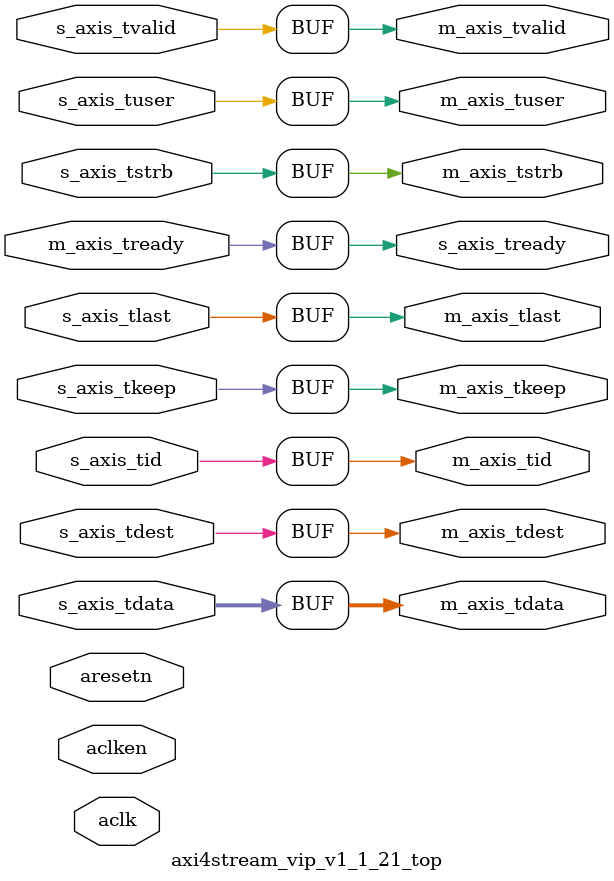
<source format=sv>

`timescale 1ps/1ps

(* DowngradeIPIdentifiedWarnings="yes" *) 
module axi4stream_vip_v1_1_21_top #
  (
   parameter [31:0]  C_AXI4STREAM_SIGNAL_SET         = 32'h063,
   parameter integer C_AXI4STREAM_INTERFACE_MODE     = 1,  //master, slave and bypass
   parameter integer C_AXI4STREAM_DATA_WIDTH        = 8,
   parameter integer C_AXI4STREAM_USER_BITS_PER_BYTE = 0,
   parameter integer C_AXI4STREAM_ID_WIDTH          = 0,
   parameter integer C_AXI4STREAM_DEST_WIDTH        = 0,
   parameter integer C_AXI4STREAM_USER_WIDTH        = 0,
   parameter integer C_AXI4STREAM_HAS_ARESETN       = 0
   )
  (
   // System Signals
   input wire aclk,
   input wire aresetn,
   input wire aclken,

   // Slave side
   input  wire                              s_axis_tvalid,
   output wire                              s_axis_tready,
   input  wire [C_AXI4STREAM_DATA_WIDTH==0? 0:C_AXI4STREAM_DATA_WIDTH-1:0]     s_axis_tdata,
   input  wire [C_AXI4STREAM_DATA_WIDTH/8==0? 0:C_AXI4STREAM_DATA_WIDTH/8-1:0]   s_axis_tstrb,
   input  wire [C_AXI4STREAM_DATA_WIDTH/8==0? 0:C_AXI4STREAM_DATA_WIDTH/8-1:0]   s_axis_tkeep,
   input  wire                              s_axis_tlast,
   input  wire [C_AXI4STREAM_ID_WIDTH==0? 0:C_AXI4STREAM_ID_WIDTH-1:0]         s_axis_tid,
   input  wire [C_AXI4STREAM_DEST_WIDTH==0? 0:C_AXI4STREAM_DEST_WIDTH-1:0]     s_axis_tdest,
   input  wire [C_AXI4STREAM_USER_WIDTH==0? 0:C_AXI4STREAM_USER_WIDTH-1:0]     s_axis_tuser,

   // Master side
   output wire                              m_axis_tvalid,
   input  wire                              m_axis_tready,
   output wire [C_AXI4STREAM_DATA_WIDTH==0? 0:C_AXI4STREAM_DATA_WIDTH-1:0]     m_axis_tdata,
   output wire [C_AXI4STREAM_DATA_WIDTH/8==0? 0:C_AXI4STREAM_DATA_WIDTH/8-1:0]   m_axis_tstrb,
   output wire [C_AXI4STREAM_DATA_WIDTH/8==0? 0:C_AXI4STREAM_DATA_WIDTH/8-1:0]   m_axis_tkeep,
   output wire                              m_axis_tlast,
   output wire [C_AXI4STREAM_ID_WIDTH==0? 0:C_AXI4STREAM_ID_WIDTH-1:0]         m_axis_tid,
   output wire [C_AXI4STREAM_DEST_WIDTH==0? 0:C_AXI4STREAM_DEST_WIDTH-1:0]     m_axis_tdest,
   output wire [C_AXI4STREAM_USER_WIDTH==0? 0:C_AXI4STREAM_USER_WIDTH-1:0]     m_axis_tuser
     );

    //output for slave side, 0 or interface signal(mux)
  assign s_axis_tready =  (C_AXI4STREAM_INTERFACE_MODE ==1 )? m_axis_tready : {1'b0};

  //output for master side, 0 or interface(mux)
  assign m_axis_tvalid = (C_AXI4STREAM_INTERFACE_MODE ==1 )? s_axis_tvalid : {1'b0};
  assign m_axis_tdata  = (C_AXI4STREAM_INTERFACE_MODE ==1 )? s_axis_tdata : {C_AXI4STREAM_DATA_WIDTH==0? 1:C_AXI4STREAM_DATA_WIDTH{1'b0}};
  assign m_axis_tstrb  =(C_AXI4STREAM_INTERFACE_MODE ==1 )? s_axis_tstrb : {C_AXI4STREAM_DATA_WIDTH/8==0? 1:(C_AXI4STREAM_DATA_WIDTH/8){1'b0}};
  assign m_axis_tkeep  =  (C_AXI4STREAM_INTERFACE_MODE ==1 )? s_axis_tkeep : {C_AXI4STREAM_DATA_WIDTH/8==0? 1:(C_AXI4STREAM_DATA_WIDTH/8){1'b0}};
  assign m_axis_tlast  = (C_AXI4STREAM_INTERFACE_MODE ==1 )? s_axis_tlast : {1'b0};
  assign m_axis_tid    = (C_AXI4STREAM_INTERFACE_MODE ==1 )? s_axis_tid: {C_AXI4STREAM_ID_WIDTH==0? 1: C_AXI4STREAM_ID_WIDTH{1'b0}};
  assign m_axis_tdest  = (C_AXI4STREAM_INTERFACE_MODE ==1 )? s_axis_tdest : {(C_AXI4STREAM_DEST_WIDTH==0? 1: C_AXI4STREAM_DEST_WIDTH){1'b0}};
  assign m_axis_tuser  =  (C_AXI4STREAM_INTERFACE_MODE ==1 )? s_axis_tuser: {(C_AXI4STREAM_USER_WIDTH==0? 1: C_AXI4STREAM_USER_WIDTH){1'b0}}; 

endmodule : axi4stream_vip_v1_1_21_top



</source>
